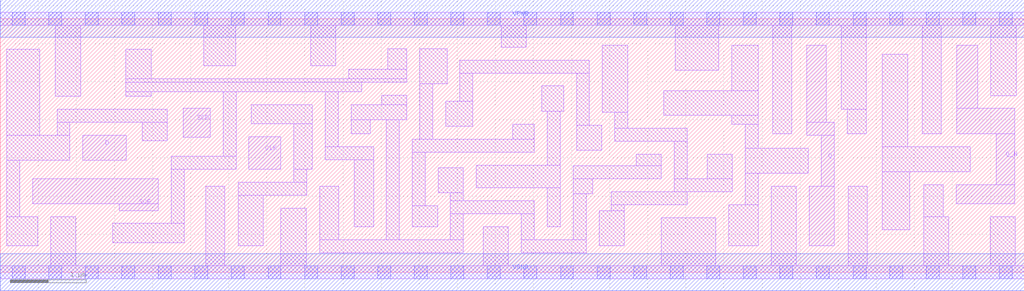
<source format=lef>
# Copyright 2020 The SkyWater PDK Authors
#
# Licensed under the Apache License, Version 2.0 (the "License");
# you may not use this file except in compliance with the License.
# You may obtain a copy of the License at
#
#     https://www.apache.org/licenses/LICENSE-2.0
#
# Unless required by applicable law or agreed to in writing, software
# distributed under the License is distributed on an "AS IS" BASIS,
# WITHOUT WARRANTIES OR CONDITIONS OF ANY KIND, either express or implied.
# See the License for the specific language governing permissions and
# limitations under the License.
#
# SPDX-License-Identifier: Apache-2.0

VERSION 5.7 ;
  NAMESCASESENSITIVE ON ;
  NOWIREEXTENSIONATPIN ON ;
  DIVIDERCHAR "/" ;
  BUSBITCHARS "[]" ;
UNITS
  DATABASE MICRONS 200 ;
END UNITS
MACRO sky130_fd_sc_ls__sdfxbp_2
  CLASS CORE ;
  FOREIGN sky130_fd_sc_ls__sdfxbp_2 ;
  ORIGIN  0.000000  0.000000 ;
  SIZE  13.44000 BY  3.330000 ;
  SYMMETRY X Y ;
  SITE unit ;
  PIN D
    ANTENNAGATEAREA  0.159000 ;
    DIRECTION INPUT ;
    USE SIGNAL ;
    PORT
      LAYER li1 ;
        RECT 1.085000 1.470000 1.655000 1.800000 ;
    END
  END D
  PIN Q
    ANTENNADIFFAREA  0.543200 ;
    DIRECTION OUTPUT ;
    USE SIGNAL ;
    PORT
      LAYER li1 ;
        RECT 10.590000 1.800000 10.950000 1.970000 ;
        RECT 10.590000 1.970000 10.840000 2.980000 ;
        RECT 10.620000 0.350000 10.950000 1.130000 ;
        RECT 10.780000 1.130000 10.950000 1.800000 ;
    END
  END Q
  PIN Q_N
    ANTENNADIFFAREA  0.554300 ;
    DIRECTION OUTPUT ;
    USE SIGNAL ;
    PORT
      LAYER li1 ;
        RECT 12.550000 0.900000 13.315000 1.150000 ;
        RECT 12.555000 1.820000 13.315000 2.150000 ;
        RECT 12.555000 2.150000 12.835000 2.980000 ;
        RECT 13.075000 1.150000 13.315000 1.820000 ;
    END
  END Q_N
  PIN SCD
    ANTENNAGATEAREA  0.159000 ;
    DIRECTION INPUT ;
    USE SIGNAL ;
    PORT
      LAYER li1 ;
        RECT 2.405000 1.775000 2.755000 2.150000 ;
    END
  END SCD
  PIN SCE
    ANTENNAGATEAREA  0.318000 ;
    DIRECTION INPUT ;
    USE SIGNAL ;
    PORT
      LAYER li1 ;
        RECT 0.425000 0.900000 2.075000 1.230000 ;
        RECT 1.565000 0.810000 2.075000 0.900000 ;
    END
  END SCE
  PIN CLK
    ANTENNAGATEAREA  0.279000 ;
    DIRECTION INPUT ;
    USE CLOCK ;
    PORT
      LAYER li1 ;
        RECT 3.265000 1.350000 3.685000 1.780000 ;
    END
  END CLK
  PIN VGND
    DIRECTION INOUT ;
    SHAPE ABUTMENT ;
    USE GROUND ;
    PORT
      LAYER met1 ;
        RECT 0.000000 -0.245000 13.440000 0.245000 ;
    END
  END VGND
  PIN VPWR
    DIRECTION INOUT ;
    SHAPE ABUTMENT ;
    USE POWER ;
    PORT
      LAYER met1 ;
        RECT 0.000000 3.085000 13.440000 3.575000 ;
    END
  END VPWR
  OBS
    LAYER li1 ;
      RECT  0.000000 -0.085000 13.440000 0.085000 ;
      RECT  0.000000  3.245000 13.440000 3.415000 ;
      RECT  0.085000  0.350000  0.490000 0.730000 ;
      RECT  0.085000  0.730000  0.255000 1.470000 ;
      RECT  0.085000  1.470000  0.915000 1.800000 ;
      RECT  0.085000  1.800000  0.520000 2.925000 ;
      RECT  0.660000  0.085000  0.990000 0.730000 ;
      RECT  0.725000  2.310000  1.055000 3.245000 ;
      RECT  0.745000  1.800000  0.915000 1.970000 ;
      RECT  0.745000  1.970000  2.195000 2.140000 ;
      RECT  1.480000  0.390000  2.415000 0.640000 ;
      RECT  1.650000  2.310000  1.980000 2.370000 ;
      RECT  1.650000  2.370000  4.745000 2.495000 ;
      RECT  1.650000  2.495000  5.335000 2.540000 ;
      RECT  1.650000  2.540000  1.980000 2.925000 ;
      RECT  1.865000  1.725000  2.195000 1.970000 ;
      RECT  2.245000  0.640000  2.415000 1.350000 ;
      RECT  2.245000  1.350000  3.095000 1.520000 ;
      RECT  2.670000  2.710000  3.090000 3.245000 ;
      RECT  2.695000  0.085000  2.945000 1.130000 ;
      RECT  2.925000  1.520000  3.095000 2.370000 ;
      RECT  3.125000  0.350000  3.455000 1.010000 ;
      RECT  3.125000  1.010000  4.025000 1.180000 ;
      RECT  3.295000  1.950000  4.095000 2.200000 ;
      RECT  3.685000  0.085000  4.015000 0.840000 ;
      RECT  3.855000  1.180000  4.025000 1.350000 ;
      RECT  3.855000  1.350000  4.095000 1.950000 ;
      RECT  4.075000  2.710000  4.405000 3.245000 ;
      RECT  4.195000  0.255000  6.080000 0.425000 ;
      RECT  4.195000  0.425000  4.445000 1.130000 ;
      RECT  4.265000  1.480000  4.900000 1.650000 ;
      RECT  4.265000  1.650000  4.435000 2.370000 ;
      RECT  4.575000  2.540000  5.335000 2.665000 ;
      RECT  4.605000  1.820000  4.855000 2.005000 ;
      RECT  4.605000  2.005000  5.335000 2.200000 ;
      RECT  4.650000  0.595000  4.900000 1.480000 ;
      RECT  5.005000  2.200000  5.335000 2.325000 ;
      RECT  5.070000  0.425000  5.240000 2.005000 ;
      RECT  5.085000  2.665000  5.335000 2.935000 ;
      RECT  5.410000  0.595000  5.740000 0.875000 ;
      RECT  5.410000  0.875000  5.580000 1.575000 ;
      RECT  5.410000  1.575000  7.010000 1.745000 ;
      RECT  5.505000  1.745000  5.675000 2.475000 ;
      RECT  5.505000  2.475000  5.865000 2.935000 ;
      RECT  5.750000  1.045000  6.080000 1.375000 ;
      RECT  5.845000  1.915000  6.205000 2.245000 ;
      RECT  5.910000  0.425000  6.080000 0.770000 ;
      RECT  5.910000  0.770000  7.010000 0.940000 ;
      RECT  5.910000  0.940000  6.080000 1.045000 ;
      RECT  6.035000  2.245000  6.205000 2.615000 ;
      RECT  6.035000  2.615000  7.735000 2.785000 ;
      RECT  6.250000  1.110000  7.350000 1.405000 ;
      RECT  6.340000  0.085000  6.670000 0.600000 ;
      RECT  6.575000  2.955000  6.905000 3.245000 ;
      RECT  6.730000  1.745000  7.010000 1.945000 ;
      RECT  6.840000  0.255000  7.690000 0.425000 ;
      RECT  6.840000  0.425000  7.010000 0.770000 ;
      RECT  7.110000  2.115000  7.395000 2.445000 ;
      RECT  7.180000  0.595000  7.350000 1.110000 ;
      RECT  7.180000  1.405000  7.350000 2.115000 ;
      RECT  7.520000  0.425000  7.690000 1.030000 ;
      RECT  7.520000  1.030000  7.780000 1.225000 ;
      RECT  7.520000  1.225000  8.680000 1.395000 ;
      RECT  7.565000  1.600000  7.895000 1.930000 ;
      RECT  7.565000  1.930000  7.735000 2.615000 ;
      RECT  7.860000  0.350000  8.190000 0.810000 ;
      RECT  7.905000  2.100000  8.235000 2.980000 ;
      RECT  8.020000  0.810000  8.190000 0.885000 ;
      RECT  8.020000  0.885000  9.020000 1.055000 ;
      RECT  8.065000  1.720000  9.020000 1.890000 ;
      RECT  8.065000  1.890000  8.235000 2.100000 ;
      RECT  8.350000  1.395000  8.680000 1.550000 ;
      RECT  8.680000  0.085000  9.390000 0.715000 ;
      RECT  8.710000  2.060000  9.950000 2.380000 ;
      RECT  8.850000  1.055000  9.610000 1.225000 ;
      RECT  8.850000  1.225000  9.020000 1.720000 ;
      RECT  8.860000  2.650000  9.430000 3.245000 ;
      RECT  9.280000  1.225000  9.610000 1.550000 ;
      RECT  9.560000  0.350000  9.950000 0.885000 ;
      RECT  9.600000  1.940000  9.950000 2.060000 ;
      RECT  9.600000  2.380000  9.950000 2.980000 ;
      RECT  9.780000  0.885000  9.950000 1.300000 ;
      RECT  9.780000  1.300000 10.610000 1.630000 ;
      RECT  9.780000  1.630000  9.950000 1.940000 ;
      RECT 10.120000  0.085000 10.450000 1.130000 ;
      RECT 10.140000  1.820000 10.390000 3.245000 ;
      RECT 11.040000  2.140000 11.370000 3.245000 ;
      RECT 11.120000  1.820000 11.370000 2.140000 ;
      RECT 11.130000  0.085000 11.380000 1.130000 ;
      RECT 11.580000  0.560000 11.940000 1.320000 ;
      RECT 11.580000  1.320000 12.735000 1.650000 ;
      RECT 11.580000  1.650000 11.910000 2.860000 ;
      RECT 12.105000  1.820000 12.355000 3.245000 ;
      RECT 12.120000  0.085000 12.450000 0.730000 ;
      RECT 12.120000  0.730000 12.380000 1.150000 ;
      RECT 12.995000  0.085000 13.325000 0.730000 ;
      RECT 13.005000  2.320000 13.335000 3.245000 ;
    LAYER mcon ;
      RECT  0.155000 -0.085000  0.325000 0.085000 ;
      RECT  0.155000  3.245000  0.325000 3.415000 ;
      RECT  0.635000 -0.085000  0.805000 0.085000 ;
      RECT  0.635000  3.245000  0.805000 3.415000 ;
      RECT  1.115000 -0.085000  1.285000 0.085000 ;
      RECT  1.115000  3.245000  1.285000 3.415000 ;
      RECT  1.595000 -0.085000  1.765000 0.085000 ;
      RECT  1.595000  3.245000  1.765000 3.415000 ;
      RECT  2.075000 -0.085000  2.245000 0.085000 ;
      RECT  2.075000  3.245000  2.245000 3.415000 ;
      RECT  2.555000 -0.085000  2.725000 0.085000 ;
      RECT  2.555000  3.245000  2.725000 3.415000 ;
      RECT  3.035000 -0.085000  3.205000 0.085000 ;
      RECT  3.035000  3.245000  3.205000 3.415000 ;
      RECT  3.515000 -0.085000  3.685000 0.085000 ;
      RECT  3.515000  3.245000  3.685000 3.415000 ;
      RECT  3.995000 -0.085000  4.165000 0.085000 ;
      RECT  3.995000  3.245000  4.165000 3.415000 ;
      RECT  4.475000 -0.085000  4.645000 0.085000 ;
      RECT  4.475000  3.245000  4.645000 3.415000 ;
      RECT  4.955000 -0.085000  5.125000 0.085000 ;
      RECT  4.955000  3.245000  5.125000 3.415000 ;
      RECT  5.435000 -0.085000  5.605000 0.085000 ;
      RECT  5.435000  3.245000  5.605000 3.415000 ;
      RECT  5.915000 -0.085000  6.085000 0.085000 ;
      RECT  5.915000  3.245000  6.085000 3.415000 ;
      RECT  6.395000 -0.085000  6.565000 0.085000 ;
      RECT  6.395000  3.245000  6.565000 3.415000 ;
      RECT  6.875000 -0.085000  7.045000 0.085000 ;
      RECT  6.875000  3.245000  7.045000 3.415000 ;
      RECT  7.355000 -0.085000  7.525000 0.085000 ;
      RECT  7.355000  3.245000  7.525000 3.415000 ;
      RECT  7.835000 -0.085000  8.005000 0.085000 ;
      RECT  7.835000  3.245000  8.005000 3.415000 ;
      RECT  8.315000 -0.085000  8.485000 0.085000 ;
      RECT  8.315000  3.245000  8.485000 3.415000 ;
      RECT  8.795000 -0.085000  8.965000 0.085000 ;
      RECT  8.795000  3.245000  8.965000 3.415000 ;
      RECT  9.275000 -0.085000  9.445000 0.085000 ;
      RECT  9.275000  3.245000  9.445000 3.415000 ;
      RECT  9.755000 -0.085000  9.925000 0.085000 ;
      RECT  9.755000  3.245000  9.925000 3.415000 ;
      RECT 10.235000 -0.085000 10.405000 0.085000 ;
      RECT 10.235000  3.245000 10.405000 3.415000 ;
      RECT 10.715000 -0.085000 10.885000 0.085000 ;
      RECT 10.715000  3.245000 10.885000 3.415000 ;
      RECT 11.195000 -0.085000 11.365000 0.085000 ;
      RECT 11.195000  3.245000 11.365000 3.415000 ;
      RECT 11.675000 -0.085000 11.845000 0.085000 ;
      RECT 11.675000  3.245000 11.845000 3.415000 ;
      RECT 12.155000 -0.085000 12.325000 0.085000 ;
      RECT 12.155000  3.245000 12.325000 3.415000 ;
      RECT 12.635000 -0.085000 12.805000 0.085000 ;
      RECT 12.635000  3.245000 12.805000 3.415000 ;
      RECT 13.115000 -0.085000 13.285000 0.085000 ;
      RECT 13.115000  3.245000 13.285000 3.415000 ;
  END
END sky130_fd_sc_ls__sdfxbp_2
END LIBRARY

</source>
